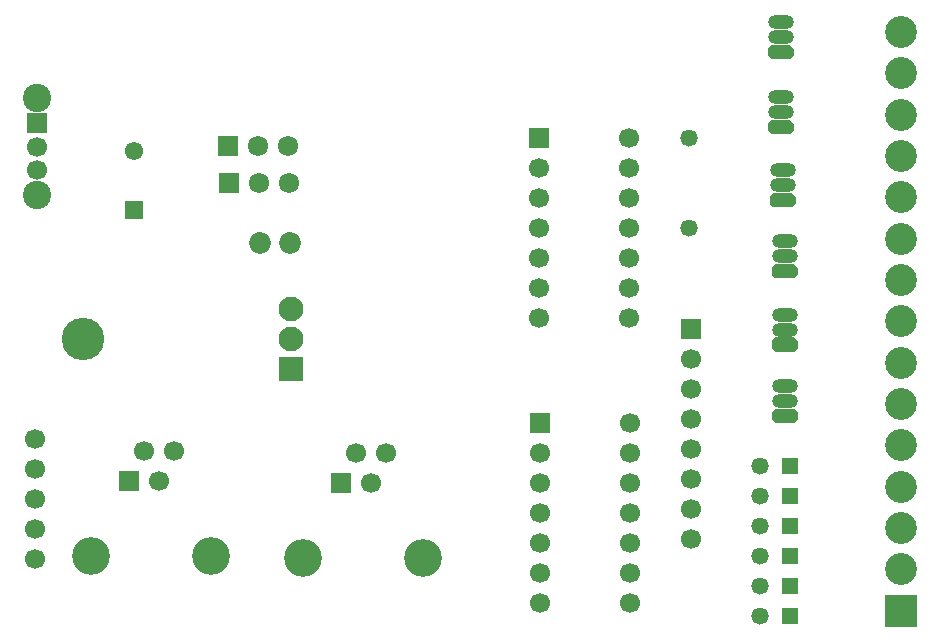
<source format=gbr>
G04 DipTrace 2.4.0.1*
%INBottomMask.gbr*%
%MOMM*%
%ADD39C,3.2*%
%ADD40C,3.6*%
%ADD52R,2.1X2.1*%
%ADD53R,1.7X1.7*%
%ADD54C,2.1*%
%ADD55C,1.7*%
%ADD60C,2.4*%
%ADD62C,1.7*%
%ADD64C,1.47*%
%ADD66O,2.2X1.2*%
%ADD68C,1.724*%
%ADD70R,1.724X1.724*%
%ADD74C,2.7*%
%ADD76R,2.7X2.7*%
%ADD78R,1.47X1.47*%
%ADD80C,1.47*%
%ADD82C,1.85*%
%ADD84C,1.55*%
%ADD86R,1.55X1.55*%
%FSLAX53Y53*%
G04*
G71*
G90*
G75*
G01*
%LNBotMask*%
%LPD*%
D86*
X24100Y47300D3*
D84*
Y52300D3*
D82*
X37300Y44500D3*
X34760D3*
D80*
X77123Y12852D3*
D78*
X79663D3*
D80*
X77123Y15392D3*
D78*
X79663D3*
D80*
X77123Y17932D3*
D78*
X79663D3*
D80*
X77123Y20472D3*
D78*
X79663D3*
D80*
X77123Y23013D3*
D78*
X79663D3*
D80*
X77123Y25553D3*
D78*
X79663D3*
D76*
X89031Y13334D3*
D74*
Y16834D3*
Y20334D3*
Y23834D3*
Y27334D3*
Y30834D3*
Y34334D3*
Y37834D3*
Y41334D3*
Y44834D3*
Y48334D3*
Y51834D3*
Y55334D3*
Y58834D3*
Y62334D3*
D53*
X23654Y24289D3*
D55*
X24924Y26829D3*
X26194Y24289D3*
X27464Y26829D3*
D39*
X20474Y17939D3*
X30634D3*
D53*
X41595Y24130D3*
D55*
X42865Y26670D3*
X44135Y24130D3*
X45405Y26670D3*
D39*
X38415Y17780D3*
X48575D3*
D70*
X32100Y52700D3*
D68*
X34640D3*
X37180D3*
D70*
X32140Y49560D3*
D68*
X34680D3*
X37220D3*
G36*
X79979Y29240D2*
X80287Y29548D1*
Y30131D1*
X79979Y30440D1*
X78396D1*
X78087Y30131D1*
Y29548D1*
X78396Y29240D1*
X79979D1*
G37*
D66*
X79187Y31110D3*
Y32380D3*
G36*
X79979Y35273D2*
X80287Y35581D1*
Y36164D1*
X79979Y36473D1*
X78396D1*
X78087Y36164D1*
Y35581D1*
X78396Y35273D1*
X79979D1*
G37*
D66*
X79187Y37143D3*
Y38413D3*
G36*
X79979Y41465D2*
X80287Y41773D1*
Y42356D1*
X79979Y42665D1*
X78396D1*
X78087Y42356D1*
Y41773D1*
X78396Y41465D1*
X79979D1*
G37*
D66*
X79187Y43335D3*
Y44605D3*
G36*
X79820Y47498D2*
X80128Y47806D1*
Y48389D1*
X79820Y48698D1*
X78237D1*
X77928Y48389D1*
Y47806D1*
X78237Y47498D1*
X79820D1*
G37*
D66*
X79028Y49368D3*
Y50638D3*
G36*
X79661Y53690D2*
X79970Y53998D1*
Y54581D1*
X79661Y54890D1*
X78078D1*
X77770Y54581D1*
Y53998D1*
X78078Y53690D1*
X79661D1*
G37*
D66*
X78870Y55560D3*
Y56830D3*
G36*
X79661Y60040D2*
X79970Y60349D1*
Y60932D1*
X79661Y61240D1*
X78078D1*
X77770Y60932D1*
Y60349D1*
X78078Y60040D1*
X79661D1*
G37*
D66*
X78870Y61910D3*
Y63180D3*
D80*
X71125Y53378D3*
D64*
Y45758D3*
D53*
X71284Y37149D3*
D62*
Y34609D3*
Y32069D3*
Y29529D3*
Y26989D3*
Y24449D3*
Y21909D3*
Y19369D3*
D53*
X15857Y54613D3*
D62*
Y52613D3*
Y50613D3*
D60*
Y56713D3*
Y48513D3*
D53*
X58465Y29211D3*
D62*
Y26671D3*
Y24131D3*
Y21591D3*
Y19051D3*
Y16511D3*
Y13971D3*
X66085D3*
Y16511D3*
Y19051D3*
Y21591D3*
Y24131D3*
Y26671D3*
Y29211D3*
D53*
X58365Y53343D3*
D62*
Y50803D3*
Y48263D3*
Y45723D3*
Y43183D3*
Y40643D3*
Y38103D3*
X65985D3*
Y40643D3*
Y43183D3*
Y45723D3*
Y48263D3*
Y50803D3*
Y53343D3*
D54*
X37400Y38900D3*
Y36360D3*
D52*
Y33820D3*
D40*
X19800Y36360D3*
D55*
X15700Y27900D3*
Y25360D3*
Y22820D3*
Y20280D3*
Y17740D3*
M02*

</source>
